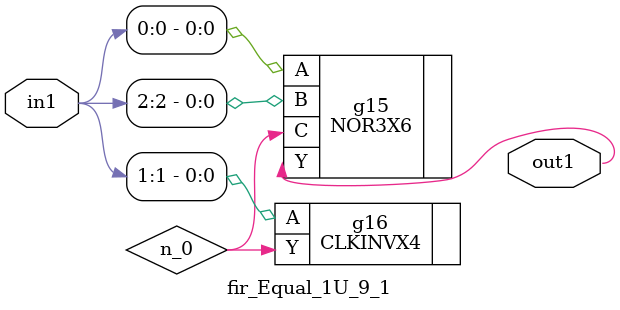
<source format=v>
`timescale 1ps / 1ps


module fir_Equal_1U_9_1(in1, out1);
  input [2:0] in1;
  output out1;
  wire [2:0] in1;
  wire out1;
  wire n_0;
  NOR3X6 g15(.A (in1[0]), .B (in1[2]), .C (n_0), .Y (out1));
  CLKINVX4 g16(.A (in1[1]), .Y (n_0));
endmodule



</source>
